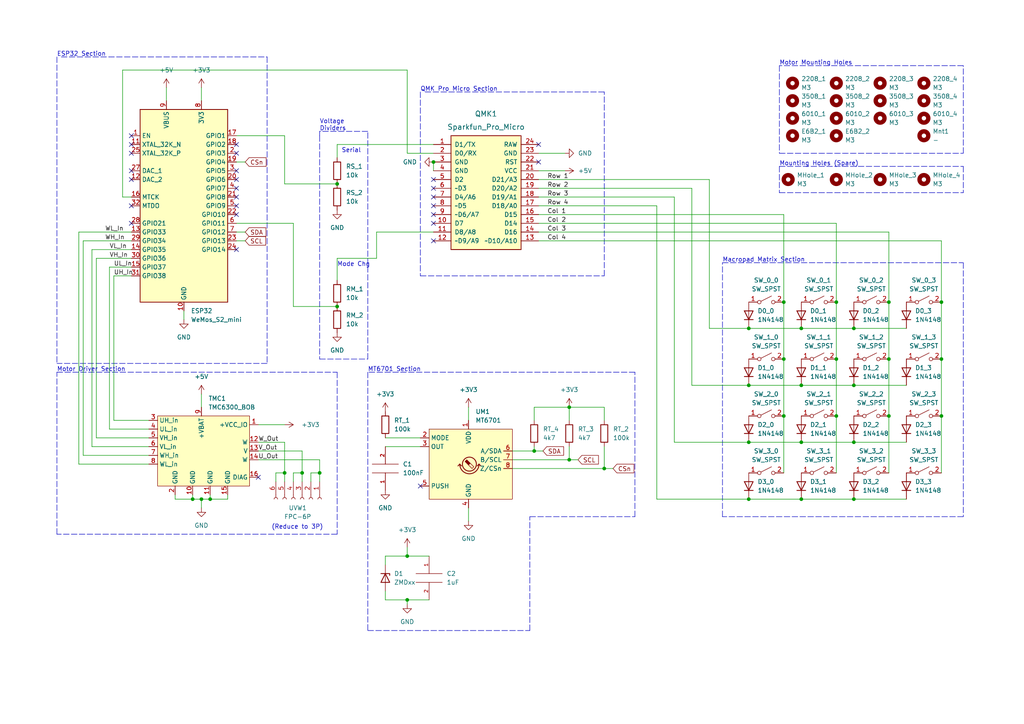
<source format=kicad_sch>
(kicad_sch (version 20211123) (generator eeschema)
  (paper "A4")
  (title_block (title "Scroller One") (date "2022-10-27") (rev "1.0"))
  (lib_symbols
    (symbol "Arduino Pro Micro:Sparkfun_Pro_Micro" (pin_names (offset 1.016))
      (property "Reference" "U" (at -8.89 21.59 0))
      (property "Value" "Sparkfun_Pro_Micro" (at 0 19.05 0))
      (symbol "Sparkfun_Pro_Micro_0_1"
        (rectangle (start -10.16 17.78) (end 10.16 -15.24) (stroke (width 0.254)) (fill (type background)))
      )
      (symbol "Sparkfun_Pro_Micro_1_1"
        (pin bidirectional line (at -15.24 15.24 0) (length 5.08) (name "D1/TX") (number "1"))
        (pin bidirectional line (at -15.24 -7.62 0) (length 5.08) (name "D7") (number "10"))
        (pin bidirectional line (at -15.24 -10.16 0) (length 5.08) (name "D8/A8") (number "11"))
        (pin bidirectional line (at -15.24 -12.7 0) (length 5.08) (name "~D9/A9") (number "12"))
        (pin bidirectional line (at 15.24 -12.7 180) (length 5.08) (name "~D10/A10") (number "13"))
        (pin bidirectional line (at 15.24 -10.16 180) (length 5.08) (name "D16") (number "14"))
        (pin bidirectional line (at 15.24 -7.62 180) (length 5.08) (name "D14") (number "15"))
        (pin bidirectional line (at 15.24 -5.08 180) (length 5.08) (name "D15") (number "16"))
        (pin bidirectional line (at 15.24 -2.54 180) (length 5.08) (name "D18/A0") (number "17"))
        (pin bidirectional line (at 15.24 0 180) (length 5.08) (name "D19/A1") (number "18"))
        (pin bidirectional line (at 15.24 2.54 180) (length 5.08) (name "D20/A2") (number "19"))
        (pin bidirectional line (at -15.24 12.7 0) (length 5.08) (name "D0/RX") (number "2"))
        (pin bidirectional line (at 15.24 5.08 180) (length 5.08) (name "D21/A3") (number "20"))
        (pin power_in line (at 15.24 7.62 180) (length 5.08) (name "VCC") (number "21"))
        (pin input line (at 15.24 10.16 180) (length 5.08) (name "RST") (number "22"))
        (pin power_in line (at 15.24 12.7 180) (length 5.08) (name "GND") (number "23"))
        (pin power_in line (at 15.24 15.24 180) (length 5.08) (name "RAW") (number "24"))
        (pin power_in line (at -15.24 10.16 0) (length 5.08) (name "GND") (number "3"))
        (pin power_in line (at -15.24 7.62 0) (length 5.08) (name "GND") (number "4"))
        (pin bidirectional line (at -15.24 5.08 0) (length 5.08) (name "D2") (number "5"))
        (pin bidirectional line (at -15.24 2.54 0) (length 5.08) (name "~D3") (number "6"))
        (pin bidirectional line (at -15.24 0 0) (length 5.08) (name "D4/A6") (number "7"))
        (pin bidirectional line (at -15.24 -2.54 0) (length 5.08) (name "~D5") (number "8"))
        (pin bidirectional line (at -15.24 -5.08 0) (length 5.08) (name "~D6/A7") (number "9"))
      )
    )
    (symbol "Connector:Conn_01x06_Female" (pin_names (offset 1.016) hide)
      (property "Reference" "J" (at 0 7.62 0))
      (property "Value" "Conn_01x06_Female" (at 0 -10.16 0))
      (symbol "Conn_01x06_Female_1_1"
        (arc (start 0 -7.112) (mid -0.508 -7.62) (end 0 -8.128) (stroke (width 0.1524)))
        (arc (start 0 -4.572) (mid -0.508 -5.08) (end 0 -5.588) (stroke (width 0.1524)))
        (arc (start 0 -2.032) (mid -0.508 -2.54) (end 0 -3.048) (stroke (width 0.1524)))
        (polyline (pts (xy -1.27 -7.62) (xy -0.508 -7.62)) (stroke (width 0.1524)))
        (polyline (pts (xy -1.27 -5.08) (xy -0.508 -5.08)) (stroke (width 0.1524)))
        (polyline (pts (xy -1.27 -2.54) (xy -0.508 -2.54)) (stroke (width 0.1524)))
        (polyline (pts (xy -1.27 0) (xy -0.508 0)) (stroke (width 0.1524)))
        (polyline (pts (xy -1.27 2.54) (xy -0.508 2.54)) (stroke (width 0.1524)))
        (polyline (pts (xy -1.27 5.08) (xy -0.508 5.08)) (stroke (width 0.1524)))
        (arc (start 0 0.508) (mid -0.508 0) (end 0 -0.508) (stroke (width 0.1524)))
        (arc (start 0 3.048) (mid -0.508 2.54) (end 0 2.032) (stroke (width 0.1524)))
        (arc (start 0 5.588) (mid -0.508 5.08) (end 0 4.572) (stroke (width 0.1524)))
        (pin passive line (at -5.08 5.08 0) (length 3.81) (name "Pin_1") (number "1"))
        (pin passive line (at -5.08 2.54 0) (length 3.81) (name "Pin_2") (number "2"))
        (pin passive line (at -5.08 0 0) (length 3.81) (name "Pin_3") (number "3"))
        (pin passive line (at -5.08 -2.54 0) (length 3.81) (name "Pin_4") (number "4"))
        (pin passive line (at -5.08 -5.08 0) (length 3.81) (name "Pin_5") (number "5"))
        (pin passive line (at -5.08 -7.62 0) (length 3.81) (name "Pin_6") (number "6"))
      )
    )
    (symbol "Device:R" (pin_numbers hide) (pin_names (offset 0))
      (property "Reference" "R" (at 2.032 0 90))
      (property "Value" "R" (at 0 0 90))
      (symbol "R_0_1"
        (rectangle (start -1.016 -2.54) (end 1.016 2.54) (stroke (width 0.254)))
      )
      (symbol "R_1_1"
        (pin passive line (at 0 3.81 270) (length 1.27) (name "~") (number "1"))
        (pin passive line (at 0 -3.81 90) (length 1.27) (name "~") (number "2"))
      )
    )
    (symbol "Diode:1N4148" (pin_numbers hide) (pin_names (offset 1.016) hide)
      (property "Reference" "D" (at 0 2.54 0))
      (property "Value" "1N4148" (at 0 -2.54 0))
      (symbol "1N4148_0_1"
        (polyline (pts (xy -1.27 1.27) (xy -1.27 -1.27)) (stroke (width 0.254)))
        (polyline (pts (xy 1.27 0) (xy -1.27 0)))
        (polyline (pts (xy 1.27 1.27) (xy 1.27 -1.27) (xy -1.27 0) (xy 1.27 1.27)) (stroke (width 0.254)))
      )
      (symbol "1N4148_1_1"
        (pin passive line (at -3.81 0 0) (length 2.54) (name "K") (number "1"))
        (pin passive line (at 3.81 0 180) (length 2.54) (name "A") (number "2"))
      )
    )
    (symbol "Diode:ZMDxx" (pin_numbers hide) (pin_names (offset 1.016) hide)
      (property "Reference" "D" (at 0 2.54 0))
      (property "Value" "ZMDxx" (at 0 -2.54 0))
      (symbol "ZMDxx_0_1"
        (polyline (pts (xy 1.27 0) (xy -1.27 0)))
        (polyline (pts (xy -1.27 -1.27) (xy -1.27 1.27) (xy -0.762 1.27)) (stroke (width 0.254)))
        (polyline (pts (xy 1.27 -1.27) (xy 1.27 1.27) (xy -1.27 0) (xy 1.27 -1.27)) (stroke (width 0.254)))
      )
      (symbol "ZMDxx_1_1"
        (pin passive line (at -3.81 0 0) (length 2.54) (name "K") (number "1"))
        (pin passive line (at 3.81 0 180) (length 2.54) (name "A") (number "2"))
      )
    )
    (symbol "MT6701:MT6701"
      (property "Reference" "U" (at 10.16 11.43 0))
      (property "Value" "MT6701" (at 10.16 13.97 0))
      (symbol "MT6701_0_1"
        (rectangle (start -11.43 10.16) (end 12.7 -10.16) (fill (type background)))
        (arc (start -2.54 0) (mid 0.254 -2.794) (end 3.048 0) (stroke (width 0.254)))
        (polyline (pts (xy -2.54 0) (xy -3.048 -0.508)) (stroke (width 0.254)))
        (polyline (pts (xy -2.54 0) (xy -2.032 -0.508)) (stroke (width 0.254)))
        (polyline (pts (xy 3.048 0) (xy 2.54 -0.508)) (stroke (width 0.254)))
        (polyline (pts (xy 3.048 0) (xy 3.556 -0.508)) (stroke (width 0.254)))
      )
      (symbol "MT6701_1_1"
        (polyline (pts (xy 0.508 0.254) (xy 1.524 -0.762) (xy 1.016 -1.27) (xy 0 -0.254)))
        (polyline (pts (xy -0.508 1.27) (xy 0.508 0.254) (xy 0 -0.254) (xy -1.016 0.762) (xy -0.762 1.016) (xy -0.508 1.27) (xy -0.381 1.143)) (fill (type outline)))
        (circle (center 0.254 0) (radius 2.032) (stroke (width 0.254)))
        (pin power_in line (at 0 12.7 270) (length 2.54) (name "VDD") (number "1"))
        (pin input line (at -13.97 7.62 0) (length 2.54) (name "MODE") (number "2"))
        (pin input line (at -13.97 5.08 0) (length 2.54) (name "OUT") (number "3"))
        (pin power_in line (at 0 -12.7 90) (length 2.54) (name "GND") (number "4"))
        (pin input line (at -13.97 -6.35 0) (length 2.54) (name "PUSH") (number "5"))
        (pin bidirectional line (at 12.7 3.81 180) (length 2.54) (name "A/SDA") (number "6"))
        (pin bidirectional line (at 12.7 1.27 180) (length 2.54) (name "B/SCL") (number "7"))
        (pin bidirectional line (at 12.7 -1.27 180) (length 2.54) (name "Z/CSn") (number "8"))
      )
    )
    (symbol "Mechanical:MountingHole" (pin_names (offset 1.016))
      (property "Reference" "H" (at 0 5.08 0))
      (property "Value" "MountingHole" (at 0 3.175 0))
      (symbol "MountingHole_0_1"
        (circle (center 0 0) (radius 1.27) (stroke (width 1.27)))
      )
    )
    (symbol "Switch:SW_SPST" (pin_names (offset 0) hide)
      (property "Reference" "SW" (at 0 3.175 0))
      (property "Value" "SW_SPST" (at 0 -2.54 0))
      (symbol "SW_SPST_0_0"
        (circle (center -2.032 0) (radius 0.508))
        (polyline (pts (xy -1.524 0.254) (xy 1.524 1.778)))
        (circle (center 2.032 0) (radius 0.508))
      )
      (symbol "SW_SPST_1_1"
        (pin passive line (at -5.08 0 0) (length 2.54) (name "A") (number "1"))
        (pin passive line (at 5.08 0 180) (length 2.54) (name "B") (number "2"))
      )
    )
    (symbol "TMC6300_BOB:TMC6300_BOB"
      (property "Reference" "U" (at 10.16 12.7 0))
      (property "Value" "TMC6300_BOB" (at 10.16 15.24 0))
      (symbol "TMC6300_BOB_0_1"
        (rectangle (start -12.7 10.16) (end 13.97 -10.16) (fill (type background)))
      )
      (symbol "TMC6300_BOB_1_1"
        (pin input line (at 16.51 7.62 180) (length 2.54) (name "+VCC_IO") (number "1"))
        (pin power_in line (at -2.54 -12.7 90) (length 2.54) (name "GND") (number "10"))
        (pin power_in line (at 2.54 -12.7 90) (length 2.54) (name "GND") (number "11"))
        (pin output line (at 16.51 2.54 180) (length 2.54) (name "W") (number "12"))
        (pin output line (at 16.51 0 180) (length 2.54) (name "V") (number "13"))
        (pin output line (at 16.51 -2.54 180) (length 2.54) (name "W") (number "14"))
        (pin power_in line (at 7.62 -12.7 90) (length 2.54) (name "GND") (number "15"))
        (pin output line (at 16.51 -7.62 180) (length 2.54) (name "DIAG") (number "16"))
        (pin power_in line (at -7.62 -12.7 90) (length 2.54) (name "GND") (number "2"))
        (pin input line (at -15.24 8.89 0) (length 2.54) (name "UH_in") (number "3"))
        (pin input line (at -15.24 6.35 0) (length 2.54) (name "UL_in") (number "4"))
        (pin input line (at -15.24 3.81 0) (length 2.54) (name "VH_in") (number "5"))
        (pin input line (at -15.24 1.27 0) (length 2.54) (name "VL_in") (number "6"))
        (pin input line (at -15.24 -1.27 0) (length 2.54) (name "WH_in") (number "7"))
        (pin input line (at -15.24 -3.81 0) (length 2.54) (name "WL_in") (number "8"))
        (pin power_in line (at 0 12.7 270) (length 2.54) (name "+VBAT") (number "9"))
      )
    )
    (symbol "Wemos S2 Mini (BETA):WeMos_S2_mini"
      (property "Reference" "U" (at 2.54 -30.48 0))
      (property "Value" "WeMos_S2_mini" (at 2.54 -33.02 0))
      (symbol "WeMos_S2_mini_1_1"
        (rectangle (start -12.7 27.94) (end 12.7 -27.94) (stroke (width 0.254)) (fill (type background)))
        (pin input line (at -15.24 20.32 0) (length 2.54) (name "EN") (number "1"))
        (pin power_in line (at 0 -30.48 90) (length 2.54) (name "GND") (number "10"))
        (pin input line (at -15.24 17.78 0) (length 2.54) (name "XTAL_32K_N") (number "11"))
        (pin output line (at -15.24 7.62 0) (length 2.54) (name "DAC_2") (number "12"))
        (pin bidirectional line (at -15.24 -7.62 0) (length 2.54) (name "GPIO33") (number "13"))
        (pin bidirectional line (at -15.24 -12.7 0) (length 2.54) (name "GPIO35") (number "14"))
        (pin bidirectional line (at -15.24 -17.78 0) (length 2.54) (name "GPIO37") (number "15"))
        (pin output line (at -15.24 2.54 0) (length 2.54) (name "MTCK") (number "16"))
        (pin bidirectional line (at 15.24 20.32 180) (length 2.54) (name "GPIO1") (number "17"))
        (pin bidirectional line (at 15.24 17.78 180) (length 2.54) (name "GPIO2") (number "18"))
        (pin bidirectional line (at 15.24 12.7 180) (length 2.54) (name "GPIO4") (number "19"))
        (pin bidirectional line (at 15.24 15.24 180) (length 2.54) (name "GPIO3") (number "2"))
        (pin bidirectional line (at 15.24 7.62 180) (length 2.54) (name "GPIO6") (number "20"))
        (pin bidirectional line (at 15.24 2.54 180) (length 2.54) (name "GPIO8") (number "21"))
        (pin bidirectional line (at 15.24 -2.54 180) (length 2.54) (name "GPIO10") (number "22"))
        (pin bidirectional line (at 15.24 -10.16 180) (length 2.54) (name "GPIO13") (number "23"))
        (pin bidirectional line (at 15.24 -12.7 180) (length 2.54) (name "GPIO14") (number "24"))
        (pin output line (at -15.24 15.24 0) (length 2.54) (name "XTAL_32K_P") (number "25"))
        (pin passive line (at 0 -30.48 90) (length 2.54) hide (name "GND") (number "26"))
        (pin output line (at -15.24 10.16 0) (length 2.54) (name "DAC_1") (number "27"))
        (pin bidirectional line (at -15.24 -5.08 0) (length 2.54) (name "GPIO21") (number "28"))
        (pin bidirectional line (at -15.24 -10.16 0) (length 2.54) (name "GPIO34") (number "29"))
        (pin bidirectional line (at 15.24 10.16 180) (length 2.54) (name "GPIO5") (number "3"))
        (pin bidirectional line (at -15.24 -15.24 0) (length 2.54) (name "GPIO36") (number "30"))
        (pin bidirectional line (at -15.24 -20.32 0) (length 2.54) (name "GPIO38") (number "31"))
        (pin output line (at -15.24 0 0) (length 2.54) (name "MTDO") (number "32"))
        (pin bidirectional line (at 15.24 5.08 180) (length 2.54) (name "GPIO7") (number "4"))
        (pin bidirectional line (at 15.24 0 180) (length 2.54) (name "GPIO9") (number "5"))
        (pin bidirectional line (at 15.24 -5.08 180) (length 2.54) (name "GPIO11") (number "6"))
        (pin bidirectional line (at 15.24 -7.62 180) (length 2.54) (name "GPIO12") (number "7"))
        (pin power_out line (at 5.08 30.48 270) (length 2.54) (name "3V3") (number "8"))
        (pin power_out line (at -5.08 30.48 270) (length 2.54) (name "VBUS") (number "9"))
      )
    )
    (symbol "power:+3.3V" (power) (pin_names (offset 0))
      (property "Value" "+3.3V" (at 0 3.556 0))
      (symbol "+3.3V_0_1"
        (polyline (pts (xy -0.762 1.27) (xy 0 2.54)))
        (polyline (pts (xy 0 0) (xy 0 2.54)))
        (polyline (pts (xy 0 2.54) (xy 0.762 1.27)))
      )
      (symbol "+3.3V_1_1"
        (pin power_in line (at 0 0 90) (length 0) hide (name "+3V3") (number "1"))
      )
    )
    (symbol "power:+5V" (power) (pin_names (offset 0))
      (property "Value" "+5V" (at 0 3.556 0))
      (symbol "+5V_0_1"
        (polyline (pts (xy -0.762 1.27) (xy 0 2.54)))
        (polyline (pts (xy 0 0) (xy 0 2.54)))
        (polyline (pts (xy 0 2.54) (xy 0.762 1.27)))
      )
      (symbol "+5V_1_1"
        (pin power_in line (at 0 0 90) (length 0) hide (name "+5V") (number "1"))
      )
    )
    (symbol "power:GND" (power) (pin_names (offset 0))
      (property "Value" "GND" (at 0 -3.81 0))
      (symbol "GND_0_1"
        (polyline (pts (xy 0 0) (xy 0 -1.27) (xy 1.27 -1.27) (xy 0 -2.54) (xy -1.27 -1.27) (xy 0 -1.27)))
      )
      (symbol "GND_1_1"
        (pin power_in line (at 0 0 270) (length 0) hide (name "GND") (number "1"))
      )
    )
    (symbol "pspice:CAP" (pin_names (offset 0.254))
      (property "Reference" "C" (at 2.54 3.81 90))
      (property "Value" "CAP" (at 2.54 -3.81 90))
      (symbol "CAP_0_1"
        (polyline (pts (xy -3.81 -1.27) (xy 3.81 -1.27)))
        (polyline (pts (xy -3.81 1.27) (xy 3.81 1.27)))
      )
      (symbol "CAP_1_1"
        (pin passive line (at 0 6.35 270) (length 5.08) (name "~") (number "1"))
        (pin passive line (at 0 -6.35 90) (length 5.08) (name "~") (number "2"))
      )
    )
  )
  (junction (at 165.1 118.11))
  (junction (at 217.17 111.76))
  (junction (at 118.11 161.29))
  (junction (at 60.96 144.78))
  (junction (at 227.33 120.65))
  (junction (at 257.81 104.14))
  (junction (at 247.65 128.27))
  (junction (at 217.17 128.27))
  (junction (at 247.65 144.78))
  (junction (at 273.05 120.65))
  (junction (at 273.05 104.14))
  (junction (at 154.94 130.81))
  (junction (at 217.17 95.25))
  (junction (at 257.81 120.65))
  (junction (at 118.11 173.99))
  (junction (at 97.79 88.9))
  (junction (at 242.57 87.63))
  (junction (at 232.41 144.78))
  (junction (at 97.79 53.34))
  (junction (at 232.41 111.76))
  (junction (at 273.05 87.63))
  (junction (at 125.73 46.99))
  (junction (at 227.33 87.63))
  (junction (at 175.26 135.89))
  (junction (at 217.17 144.78))
  (junction (at 242.57 120.65))
  (junction (at 242.57 104.14))
  (junction (at 247.65 95.25))
  (junction (at 87.63 137.16))
  (junction (at 92.71 137.16))
  (junction (at 232.41 128.27))
  (junction (at 82.55 137.16))
  (junction (at 257.81 87.63))
  (junction (at 55.88 144.78))
  (junction (at 58.42 144.78))
  (junction (at 232.41 95.25))
  (junction (at 227.33 104.14))
  (junction (at 247.65 111.76))
  (junction (at 165.1 133.35))
  (no_connect (at 74.93 138.43))
  (no_connect (at 121.92 140.97))
  (no_connect (at 156.21 46.99))
  (no_connect (at 38.1 64.77))
  (no_connect (at 38.1 59.69))
  (no_connect (at 68.58 72.39))
  (no_connect (at 68.58 41.91))
  (no_connect (at 38.1 41.91))
  (no_connect (at 38.1 49.53))
  (no_connect (at 38.1 52.07))
  (no_connect (at 38.1 39.37))
  (no_connect (at 38.1 44.45))
  (no_connect (at 125.73 69.85))
  (no_connect (at 125.73 54.61))
  (no_connect (at 125.73 52.07))
  (no_connect (at 125.73 64.77))
  (no_connect (at 125.73 57.15))
  (no_connect (at 125.73 59.69))
  (no_connect (at 125.73 62.23))
  (no_connect (at 156.21 41.91))
  (no_connect (at 68.58 57.15))
  (no_connect (at 68.58 54.61))
  (no_connect (at 68.58 59.69))
  (no_connect (at 68.58 62.23))
  (no_connect (at 68.58 52.07))
  (no_connect (at 68.58 49.53))
  (no_connect (at 68.58 44.45))
  (wire (pts (xy 118.11 20.32) (xy 118.11 44.45)))
  (wire (pts (xy 31.75 77.47) (xy 38.1 77.47)))
  (wire (pts (xy 85.09 88.9) (xy 97.79 88.9)))
  (wire (pts (xy 175.26 135.89) (xy 177.8 135.89)))
  (wire (pts (xy 111.76 127) (xy 121.92 127)))
  (wire (pts (xy 217.17 95.25) (xy 232.41 95.25)))
  (wire (pts (xy 190.5 144.78) (xy 217.17 144.78)))
  (wire (pts (xy 200.66 111.76) (xy 217.17 111.76)))
  (wire (pts (xy 97.79 74.93) (xy 97.79 81.28)))
  (wire (pts (xy 92.71 139.7) (xy 92.71 137.16)))
  (wire (pts (xy 38.1 57.15) (xy 35.56 57.15)))
  (polyline (pts (xy 92.71 38.1) (xy 92.71 39.37)))
  (wire (pts (xy 43.18 134.62) (xy 22.86 134.62)))
  (polyline (pts (xy 106.68 182.88) (xy 153.67 182.88)))
  (wire (pts (xy 68.58 64.77) (xy 85.09 64.77)))
  (polyline (pts (xy 97.79 107.95) (xy 97.79 154.94)))
  (wire (pts (xy 257.81 120.65) (xy 257.81 137.16)))
  (wire (pts (xy 125.73 67.31) (xy 109.22 67.31)))
  (polyline (pts (xy 16.51 16.51) (xy 16.51 105.41)))
  (wire (pts (xy 227.33 62.23) (xy 227.33 87.63)))
  (wire (pts (xy 118.11 161.29) (xy 118.11 158.75)))
  (wire (pts (xy 148.59 133.35) (xy 165.1 133.35)))
  (wire (pts (xy 87.63 137.16) (xy 85.09 137.16)))
  (polyline (pts (xy 153.67 182.88) (xy 153.67 149.86)))
  (wire (pts (xy 154.94 118.11) (xy 165.1 118.11)))
  (polyline (pts (xy 121.92 26.67) (xy 121.92 80.01)))
  (wire (pts (xy 232.41 144.78) (xy 247.65 144.78)))
  (wire (pts (xy 124.46 173.99) (xy 118.11 173.99)))
  (wire (pts (xy 227.33 104.14) (xy 227.33 120.65)))
  (wire (pts (xy 156.21 62.23) (xy 227.33 62.23)))
  (wire (pts (xy 74.93 133.35) (xy 92.71 133.35)))
  (polyline (pts (xy 106.68 38.1) (xy 92.71 38.1)))
  (wire (pts (xy 82.55 128.27) (xy 82.55 137.16)))
  (wire (pts (xy 66.04 143.51) (xy 66.04 144.78)))
  (wire (pts (xy 33.02 80.01) (xy 38.1 80.01)))
  (wire (pts (xy 217.17 144.78) (xy 232.41 144.78)))
  (wire (pts (xy 242.57 64.77) (xy 242.57 87.63)))
  (polyline (pts (xy 226.06 48.26) (xy 226.06 55.88)))
  (wire (pts (xy 156.21 69.85) (xy 273.05 69.85)))
  (polyline (pts (xy 16.51 107.95) (xy 97.79 107.95)))
  (wire (pts (xy 24.13 132.08) (xy 24.13 69.85)))
  (polyline (pts (xy 226.06 19.05) (xy 226.06 44.45)))
  (wire (pts (xy 257.81 67.31) (xy 257.81 87.63)))
  (wire (pts (xy 68.58 46.99) (xy 71.12 46.99)))
  (wire (pts (xy 148.59 135.89) (xy 175.26 135.89)))
  (polyline (pts (xy 226.06 55.88) (xy 279.4 55.88)))
  (wire (pts (xy 156.21 64.77) (xy 242.57 64.77)))
  (wire (pts (xy 43.18 132.08) (xy 24.13 132.08)))
  (wire (pts (xy 205.74 52.07) (xy 205.74 95.25)))
  (wire (pts (xy 154.94 121.92) (xy 154.94 118.11)))
  (wire (pts (xy 55.88 144.78) (xy 58.42 144.78)))
  (wire (pts (xy 156.21 59.69) (xy 190.5 59.69)))
  (wire (pts (xy 175.26 135.89) (xy 175.26 129.54)))
  (wire (pts (xy 68.58 69.85) (xy 71.12 69.85)))
  (wire (pts (xy 165.1 118.11) (xy 175.26 118.11)))
  (wire (pts (xy 74.93 128.27) (xy 82.55 128.27)))
  (wire (pts (xy 247.65 95.25) (xy 262.89 95.25)))
  (polyline (pts (xy 16.51 154.94) (xy 16.51 107.95)))
  (wire (pts (xy 247.65 128.27) (xy 262.89 128.27)))
  (polyline (pts (xy 92.71 104.14) (xy 106.68 104.14)))
  (wire (pts (xy 58.42 144.78) (xy 58.42 147.32)))
  (wire (pts (xy 35.56 57.15) (xy 35.56 20.32)))
  (wire (pts (xy 232.41 95.25) (xy 247.65 95.25)))
  (wire (pts (xy 247.65 144.78) (xy 262.89 144.78)))
  (wire (pts (xy 48.26 25.4) (xy 48.26 29.21)))
  (polyline (pts (xy 226.06 48.26) (xy 279.4 48.26)))
  (wire (pts (xy 195.58 128.27) (xy 217.17 128.27)))
  (wire (pts (xy 125.73 41.91) (xy 97.79 41.91)))
  (wire (pts (xy 109.22 74.93) (xy 97.79 74.93)))
  (wire (pts (xy 273.05 120.65) (xy 273.05 137.16)))
  (wire (pts (xy 58.42 25.4) (xy 58.42 29.21)))
  (wire (pts (xy 111.76 163.83) (xy 111.76 161.29)))
  (wire (pts (xy 190.5 59.69) (xy 190.5 144.78)))
  (wire (pts (xy 87.63 137.16) (xy 87.63 130.81)))
  (wire (pts (xy 60.96 143.51) (xy 60.96 144.78)))
  (polyline (pts (xy 279.4 76.2) (xy 279.4 149.86)))
  (wire (pts (xy 97.79 41.91) (xy 97.79 45.72)))
  (wire (pts (xy 154.94 130.81) (xy 154.94 129.54)))
  (wire (pts (xy 118.11 44.45) (xy 125.73 44.45)))
  (wire (pts (xy 50.8 143.51) (xy 50.8 144.78)))
  (wire (pts (xy 156.21 52.07) (xy 205.74 52.07)))
  (wire (pts (xy 80.01 137.16) (xy 80.01 139.7)))
  (wire (pts (xy 205.74 95.25) (xy 217.17 95.25)))
  (polyline (pts (xy 106.68 107.95) (xy 106.68 182.88)))
  (wire (pts (xy 27.94 127) (xy 27.94 74.93)))
  (wire (pts (xy 257.81 87.63) (xy 257.81 104.14)))
  (polyline (pts (xy 106.68 104.14) (xy 106.68 38.1)))
  (wire (pts (xy 111.76 171.45) (xy 111.76 173.99)))
  (wire (pts (xy 118.11 173.99) (xy 118.11 175.26)))
  (wire (pts (xy 87.63 130.81) (xy 74.93 130.81)))
  (wire (pts (xy 273.05 69.85) (xy 273.05 87.63)))
  (wire (pts (xy 24.13 69.85) (xy 38.1 69.85)))
  (polyline (pts (xy 279.4 149.86) (xy 209.55 149.86)))
  (wire (pts (xy 33.02 121.92) (xy 33.02 80.01)))
  (wire (pts (xy 257.81 104.14) (xy 257.81 120.65)))
  (wire (pts (xy 124.46 161.29) (xy 118.11 161.29)))
  (wire (pts (xy 27.94 74.93) (xy 38.1 74.93)))
  (polyline (pts (xy 153.67 149.86) (xy 184.15 149.86)))
  (wire (pts (xy 43.18 124.46) (xy 31.75 124.46)))
  (wire (pts (xy 111.76 129.54) (xy 121.92 129.54)))
  (polyline (pts (xy 209.55 149.86) (xy 209.55 76.2)))
  (wire (pts (xy 227.33 120.65) (xy 227.33 137.16)))
  (wire (pts (xy 55.88 143.51) (xy 55.88 144.78)))
  (wire (pts (xy 242.57 87.63) (xy 242.57 104.14)))
  (wire (pts (xy 43.18 127) (xy 27.94 127)))
  (wire (pts (xy 111.76 173.99) (xy 118.11 173.99)))
  (wire (pts (xy 90.17 137.16) (xy 90.17 139.7)))
  (wire (pts (xy 242.57 120.65) (xy 242.57 137.16)))
  (wire (pts (xy 165.1 118.11) (xy 165.1 121.92)))
  (wire (pts (xy 60.96 144.78) (xy 58.42 144.78)))
  (polyline (pts (xy 92.71 39.37) (xy 92.71 104.14)))
  (wire (pts (xy 82.55 139.7) (xy 82.55 137.16)))
  (wire (pts (xy 92.71 133.35) (xy 92.71 137.16)))
  (polyline (pts (xy 226.06 44.45) (xy 279.4 44.45)))
  (wire (pts (xy 156.21 54.61) (xy 200.66 54.61)))
  (polyline (pts (xy 279.4 44.45) (xy 279.4 19.05)))
  (wire (pts (xy 58.42 114.3) (xy 58.42 118.11)))
  (wire (pts (xy 125.73 46.99) (xy 125.73 49.53)))
  (wire (pts (xy 156.21 57.15) (xy 195.58 57.15)))
  (wire (pts (xy 156.21 67.31) (xy 257.81 67.31)))
  (wire (pts (xy 92.71 137.16) (xy 90.17 137.16)))
  (wire (pts (xy 82.55 39.37) (xy 82.55 53.34)))
  (wire (pts (xy 273.05 104.14) (xy 273.05 120.65)))
  (wire (pts (xy 154.94 130.81) (xy 157.48 130.81)))
  (wire (pts (xy 87.63 139.7) (xy 87.63 137.16)))
  (wire (pts (xy 217.17 111.76) (xy 232.41 111.76)))
  (polyline (pts (xy 279.4 48.26) (xy 279.4 55.88)))
  (wire (pts (xy 242.57 104.14) (xy 242.57 120.65)))
  (polyline (pts (xy 184.15 107.95) (xy 106.68 107.95)))
  (wire (pts (xy 148.59 130.81) (xy 154.94 130.81)))
  (polyline (pts (xy 77.47 105.41) (xy 16.51 105.41)))
  (wire (pts (xy 227.33 87.63) (xy 227.33 104.14)))
  (wire (pts (xy 217.17 128.27) (xy 232.41 128.27)))
  (wire (pts (xy 22.86 67.31) (xy 38.1 67.31)))
  (wire (pts (xy 200.66 54.61) (xy 200.66 111.76)))
  (wire (pts (xy 175.26 121.92) (xy 175.26 118.11)))
  (wire (pts (xy 53.34 90.17) (xy 53.34 92.71)))
  (wire (pts (xy 156.21 44.45) (xy 163.83 44.45)))
  (wire (pts (xy 66.04 144.78) (xy 60.96 144.78)))
  (polyline (pts (xy 77.47 16.51) (xy 77.47 105.41)))
  (wire (pts (xy 165.1 133.35) (xy 167.64 133.35)))
  (wire (pts (xy 109.22 67.31) (xy 109.22 74.93)))
  (wire (pts (xy 74.93 123.19) (xy 82.55 123.19)))
  (wire (pts (xy 273.05 87.63) (xy 273.05 104.14)))
  (polyline (pts (xy 175.26 80.01) (xy 175.26 26.67)))
  (wire (pts (xy 195.58 57.15) (xy 195.58 128.27)))
  (wire (pts (xy 232.41 128.27) (xy 247.65 128.27)))
  (polyline (pts (xy 97.79 154.94) (xy 16.51 154.94)))
  (wire (pts (xy 26.67 72.39) (xy 38.1 72.39)))
  (wire (pts (xy 85.09 64.77) (xy 85.09 88.9)))
  (polyline (pts (xy 279.4 19.05) (xy 226.06 19.05)))
  (polyline (pts (xy 17.78 16.51) (xy 77.47 16.51)))
  (polyline (pts (xy 184.15 149.86) (xy 184.15 107.95)))
  (wire (pts (xy 135.89 147.32) (xy 135.89 151.13)))
  (polyline (pts (xy 209.55 76.2) (xy 279.4 76.2)))
  (wire (pts (xy 232.41 111.76) (xy 247.65 111.76)))
  (wire (pts (xy 247.65 111.76) (xy 262.89 111.76)))
  (wire (pts (xy 68.58 39.37) (xy 82.55 39.37)))
  (wire (pts (xy 35.56 20.32) (xy 118.11 20.32)))
  (wire (pts (xy 43.18 129.54) (xy 26.67 129.54)))
  (wire (pts (xy 165.1 133.35) (xy 165.1 129.54)))
  (wire (pts (xy 43.18 121.92) (xy 33.02 121.92)))
  (polyline (pts (xy 175.26 26.67) (xy 123.19 26.67)))
  (wire (pts (xy 135.89 118.11) (xy 135.89 121.92)))
  (wire (pts (xy 31.75 124.46) (xy 31.75 77.47)))
  (wire (pts (xy 22.86 134.62) (xy 22.86 67.31)))
  (wire (pts (xy 50.8 144.78) (xy 55.88 144.78)))
  (wire (pts (xy 111.76 161.29) (xy 118.11 161.29)))
  (wire (pts (xy 156.21 49.53) (xy 163.83 49.53)))
  (wire (pts (xy 68.58 67.31) (xy 71.12 67.31)))
  (wire (pts (xy 26.67 129.54) (xy 26.67 72.39)))
  (polyline (pts (xy 121.92 80.01) (xy 175.26 80.01)))
  (wire (pts (xy 82.55 53.34) (xy 97.79 53.34)))
  (wire (pts (xy 85.09 137.16) (xy 85.09 139.7)))
  (wire (pts (xy 82.55 137.16) (xy 80.01 137.16)))
  (text "Macropad Matrix Section" (at 209.55 76.2 0) (effects (font (size 1.27 1.27)) (justify left bottom)))
  (text "Motor Mounting Holes" (at 226.06 19.05 0) (effects (font (size 1.27 1.27)) (justify left bottom)))
  (text "QMK Pro Micro Section" (at 121.92 26.67 0) (effects (font (size 1.27 1.27)) (justify left bottom)))
  (text "Motor Driver Section" (at 16.51 107.95 0) (effects (font (size 1.27 1.27)) (justify left bottom)))
  (text "Serial" (at 99.06 44.45 0) (effects (font (size 1.27 1.27)) (justify left bottom)))
  (text "Voltage\nDividers" (at 92.71 38.1 0) (effects (font (size 1.27 1.27)) (justify left bottom)))
  (text "MT6701 Section" (at 106.68 107.95 0) (effects (font (size 1.27 1.27)) (justify left bottom)))
  (text "Mode Chg" (at 97.79 77.47 0) (effects (font (size 1.27 1.27)) (justify left bottom)))
  (text "(Reduce to 3P)" (at 78.74 153.67 0) (effects (font (size 1.27 1.27)) (justify left bottom)))
  (text "ESP32 Section" (at 16.51 16.51 0) (effects (font (size 1.27 1.27)) (justify left bottom)))
  (text "Mounting Holes (Spare)" (at 226.06 48.26 0) (effects (font (size 1.27 1.27)) (justify left bottom)))
  (label "Col 4" (at 158.75 69.85 0))
  (label "WH_In" (at 30.48 69.85 0))
  (label "WL_In" (at 30.48 67.31 0))
  (label "VH_In" (at 31.75 74.93 0))
  (label "Row 3" (at 158.75 57.15 0))
  (label "W_Out" (at 74.93 128.27 0))
  (label "Row 1" (at 158.75 52.07 0))
  (label "U_Out" (at 74.93 133.35 0))
  (label "Row 4" (at 158.75 59.69 0))
  (label "V_Out" (at 74.93 130.81 0))
  (label "Row 2" (at 158.75 54.61 0))
  (label "UH_In" (at 33.02 80.01 0))
  (label "UL_In" (at 33.02 77.47 0))
  (label "VL_In" (at 31.75 72.39 0))
  (label "Col 1" (at 158.75 62.23 0))
  (label "Col 3" (at 158.75 67.31 0))
  (label "Col 2" (at 158.75 64.77 0))
  (global_label "SDA" (shape input) (at 157.48 130.81 0) (property "Intersheet References" "${INTERSHEET_REFS}" (effects hide)))
  (global_label "SCL" (shape input) (at 71.12 69.85 0) (property "Intersheet References" "${INTERSHEET_REFS}" (effects hide)))
  (global_label "CSn" (shape input) (at 71.12 46.99 0) (property "Intersheet References" "${INTERSHEET_REFS}" (effects hide)))
  (global_label "SCL" (shape input) (at 167.64 133.35 0) (property "Intersheet References" "${INTERSHEET_REFS}" (effects hide)))
  (global_label "SDA" (shape input) (at 71.12 67.31 0) (property "Intersheet References" "${INTERSHEET_REFS}" (effects hide)))
  (global_label "CSn" (shape input) (at 177.8 135.89 0) (property "Intersheet References" "${INTERSHEET_REFS}" (effects hide)))
  (symbol (lib_id "Mechanical:MountingHole") (at 242.57 24.13 0) (unit 1)
    (property "Reference" "2208_2" (at 245.11 22.8599 0) (effects (justify left)))
    (property "Value" "M3" (at 245.11 25.3999 0) (effects (justify left)))
    (property "Footprint" "MountingHole:MountingHole_3.2mm_M3" (effects hide))
  )
  (symbol (lib_id "Mechanical:MountingHole") (at 242.57 29.21 0) (unit 1)
    (property "Reference" "3508_2" (at 245.11 27.9399 0) (effects (justify left)))
    (property "Value" "M3" (at 245.11 30.4799 0) (effects (justify left)))
    (property "Footprint" "MountingHole:MountingHole_3.2mm_M3" (effects hide))
  )
  (symbol (lib_id "TMC6300_BOB:TMC6300_BOB") (at 58.42 130.81 0) (unit 1)
    (property "Reference" "TMC1" (at 60.4394 115.57 0) (effects (justify left)))
    (property "Value" "TMC6300_BOB" (at 60.4394 118.11 0) (effects (justify left)))
    (property "Footprint" "TMC6300_BOB:TMC6300_BOB" (effects hide))
    (property "Datasheet" "https://www.trinamic.com/fileadmin/assets/Products/Eval_Documents/TMC6300-BOB_datasheet_rev1.00.pdf" (effects hide))
  )
  (symbol (lib_id "power:GND") (at 111.76 142.24 0) (unit 1)
    (property "Reference" "#PWR010" (effects hide))
    (property "Value" "GND" (at 111.76 147.32 0))
  )
  (symbol (lib_id "Mechanical:MountingHole") (at 267.97 29.21 0) (unit 1)
    (property "Reference" "3508_4" (at 270.51 27.9399 0) (effects (justify left)))
    (property "Value" "M3" (at 270.51 30.4799 0) (effects (justify left)))
    (property "Footprint" "MountingHole:MountingHole_3.2mm_M3" (effects hide))
  )
  (symbol (lib_id "Mechanical:MountingHole") (at 229.87 34.29 0) (unit 1)
    (property "Reference" "6010_1" (at 232.41 33.0199 0) (effects (justify left)))
    (property "Value" "M3" (at 232.41 35.5599 0) (effects (justify left)))
    (property "Footprint" "MountingHole:MountingHole_3.2mm_M3" (effects hide))
  )
  (symbol (lib_id "Mechanical:MountingHole") (at 255.27 34.29 0) (unit 1)
    (property "Reference" "6010_3" (at 257.81 33.0199 0) (effects (justify left)))
    (property "Value" "M3" (at 257.81 35.5599 0) (effects (justify left)))
    (property "Footprint" "MountingHole:MountingHole_3.2mm_M3" (effects hide))
  )
  (symbol (lib_id "power:+3.3V") (at 135.89 118.11 0) (unit 1)
    (property "Reference" "#PWR013" (effects hide))
    (property "Value" "+3.3V" (at 135.89 113.03 0))
  )
  (symbol (lib_id "Switch:SW_SPST") (at 237.49 120.65 0) (unit 1)
    (property "Reference" "SW_2_1" (at 237.49 114.3 0))
    (property "Value" "SW_SPST" (at 237.49 116.84 0))
    (property "Footprint" "Kailh Hotswap:Kailh_socket_MX" (effects hide))
  )
  (symbol (lib_id "power:+3.3V") (at 82.55 123.19 270) (unit 1)
    (property "Reference" "#PWR06" (effects hide))
    (property "Value" "+3.3V" (at 92.71 123.19 90) (effects (justify right)))
  )
  (symbol (lib_id "Mechanical:MountingHole") (at 255.27 29.21 0) (unit 1)
    (property "Reference" "3508_3" (at 257.81 27.9399 0) (effects (justify left)))
    (property "Value" "M3" (at 257.81 30.4799 0) (effects (justify left)))
    (property "Footprint" "MountingHole:MountingHole_3.2mm_M3" (effects hide))
  )
  (symbol (lib_id "power:+5V") (at 163.83 49.53 270) (unit 1)
    (property "Reference" "#PWR016" (effects hide))
    (property "Value" "+5V" (at 167.64 49.5299 90) (effects (justify left)))
  )
  (symbol (lib_id "Mechanical:MountingHole") (at 228.6 52.07 0) (unit 1)
    (property "Reference" "MHole_1" (at 231.14 50.7999 0) (effects (justify left)))
    (property "Value" "M3" (at 231.14 53.3399 0) (effects (justify left)))
    (property "Footprint" "MountingHole:MountingHole_3.2mm_M3" (effects hide))
  )
  (symbol (lib_id "power:GND") (at 53.34 92.71 0) (unit 1)
    (property "Reference" "#PWR02" (effects hide))
    (property "Value" "GND" (at 53.34 97.79 0))
  )
  (symbol (lib_id "Mechanical:MountingHole") (at 255.27 52.07 0) (unit 1)
    (property "Reference" "MHole_3" (at 257.81 50.7999 0) (effects (justify left)))
    (property "Value" "M3" (at 257.81 53.3399 0) (effects (justify left)))
    (property "Footprint" "MountingHole:MountingHole_3.2mm_M3" (effects hide))
  )
  (symbol (lib_id "Wemos S2 Mini (BETA):WeMos_S2_mini") (at 53.34 59.69 0) (unit 1)
    (property "Reference" "ESP32" (at 55.3594 90.17 0) (effects (justify left)))
    (property "Value" "WeMos_S2_mini" (at 55.3594 92.71 0) (effects (justify left)))
    (property "Footprint" "Wemos S2 Mini:WEMOS_S2_mini" (effects hide))
    (property "Datasheet" "https://www.wemos.cc/en/latest/s2/s2_mini.html" (effects hide))
  )
  (symbol (lib_id "Switch:SW_SPST") (at 237.49 137.16 0) (unit 1)
    (property "Reference" "SW_3_1" (at 237.49 130.81 0))
    (property "Value" "SW_SPST" (at 237.49 133.35 0))
    (property "Footprint" "Kailh Hotswap:Kailh_socket_MX" (effects hide))
  )
  (symbol (lib_id "Device:R") (at 165.1 125.73 0) (unit 1)
    (property "Reference" "RT_3" (at 167.64 124.4599 0) (effects (justify left)))
    (property "Value" "4k7" (at 167.64 126.9999 0) (effects (justify left)))
    (property "Footprint" "Resistor_SMD:R_0603_1608Metric_Pad0.98x0.95mm_HandSolder" (effects hide))
  )
  (symbol (lib_id "Switch:SW_SPST") (at 222.25 137.16 0) (unit 1)
    (property "Reference" "SW_3_0" (at 222.25 130.81 0))
    (property "Value" "SW_SPST" (at 222.25 133.35 0))
    (property "Footprint" "Kailh Hotswap:Kailh_socket_MX" (effects hide))
  )
  (symbol (lib_id "Device:R") (at 175.26 125.73 0) (unit 1)
    (property "Reference" "RT_2" (at 177.8 124.4599 0) (effects (justify left)))
    (property "Value" "100k" (at 177.8 126.9999 0) (effects (justify left)))
    (property "Footprint" "Resistor_SMD:R_0603_1608Metric_Pad0.98x0.95mm_HandSolder" (effects hide))
  )
  (symbol (lib_id "Diode:1N4148") (at 232.41 107.95 90) (unit 1)
    (property "Reference" "D1_1" (at 234.95 106.6799 90) (effects (justify right)))
    (property "Value" "1N4148" (at 234.95 109.2199 90) (effects (justify right)))
    (property "Footprint" "Diode_SMD:D_SOD-123" (effects hide))
    (property "Datasheet" "https://assets.nexperia.com/documents/data-sheet/1N4148_1N4448.pdf" (effects hide))
  )
  (symbol (lib_id "Switch:SW_SPST") (at 222.25 87.63 0) (unit 1)
    (property "Reference" "SW_0_0" (at 222.25 81.28 0))
    (property "Value" "SW_SPST" (at 222.25 83.82 0))
    (property "Footprint" "Kailh Hotswap:Kailh_socket_MX" (effects hide))
  )
  (symbol (lib_id "power:GND") (at 163.83 44.45 90) (unit 1)
    (property "Reference" "#PWR015" (effects hide))
    (property "Value" "GND" (at 167.64 44.4499 90) (effects (justify right)))
  )
  (symbol (lib_id "power:+5V") (at 48.26 25.4 0) (unit 1)
    (property "Reference" "#PWR01" (effects hide))
    (property "Value" "+5V" (at 48.26 20.32 0))
  )
  (symbol (lib_id "Mechanical:MountingHole") (at 242.57 52.07 0) (unit 1)
    (property "Reference" "MHole_2" (at 245.11 50.7999 0) (effects (justify left)))
    (property "Value" "M3" (at 245.11 53.3399 0) (effects (justify left)))
    (property "Footprint" "MountingHole:MountingHole_3.2mm_M3" (effects hide))
  )
  (symbol (lib_id "Switch:SW_SPST") (at 267.97 104.14 0) (unit 1)
    (property "Reference" "SW_1_3" (at 267.97 97.79 0))
    (property "Value" "SW_SPST" (at 267.97 100.33 0))
    (property "Footprint" "Kailh Hotswap:Kailh_socket_MX" (effects hide))
  )
  (symbol (lib_id "Connector:Conn_01x06_Female") (at 87.63 144.78 270) (unit 1)
    (property "Reference" "UVW1" (at 86.36 147.32 90))
    (property "Value" "FPC-6P" (at 86.36 149.86 90))
    (property "Footprint" "Connector_FFC-FPC:Molex_200528-0060_1x06-1MP_P1.00mm_Horizontal" (effects hide))
  )
  (symbol (lib_id "power:GND") (at 97.79 60.96 0) (unit 1)
    (property "Reference" "#PWR07" (effects hide))
    (property "Value" "GND" (at 97.79 66.04 0))
  )
  (symbol (lib_id "MT6701:MT6701") (at 135.89 134.62 0) (unit 1)
    (property "Reference" "UM1" (at 137.9094 119.38 0) (effects (justify left)))
    (property "Value" "MT6701" (at 137.9094 121.92 0) (effects (justify left)))
    (property "Footprint" "MT6701:SOIC-8" (effects hide))
    (property "Datasheet" "http://img.ekeic.com/ekeic/5001592712907.pdf" (effects hide))
  )
  (symbol (lib_id "Switch:SW_SPST") (at 252.73 104.14 0) (unit 1)
    (property "Reference" "SW_1_2" (at 252.73 97.79 0))
    (property "Value" "SW_SPST" (at 252.73 100.33 0))
    (property "Footprint" "Kailh Hotswap:Kailh_socket_MX" (effects hide))
  )
  (symbol (lib_id "Device:R") (at 97.79 57.15 0) (unit 1)
    (property "Reference" "RS_2" (at 100.33 55.8799 0) (effects (justify left)))
    (property "Value" "10k" (at 100.33 58.4199 0) (effects (justify left)))
    (property "Footprint" "Resistor_SMD:R_0603_1608Metric_Pad0.98x0.95mm_HandSolder" (effects hide))
  )
  (symbol (lib_id "Mechanical:MountingHole") (at 229.87 39.37 0) (unit 1)
    (property "Reference" "E6B2_1" (at 232.41 38.0999 0) (effects (justify left)))
    (property "Value" "M3" (at 232.41 40.6399 0) (effects (justify left)))
    (property "Footprint" "MountingHole:MountingHole_3.2mm_M3" (effects hide))
  )
  (symbol (lib_id "Diode:1N4148") (at 217.17 91.44 90) (unit 1)
    (property "Reference" "D0_0" (at 219.71 90.1699 90) (effects (justify right)))
    (property "Value" "1N4148" (at 219.71 92.7099 90) (effects (justify right)))
    (property "Footprint" "Diode_SMD:D_SOD-123" (effects hide))
    (property "Datasheet" "https://assets.nexperia.com/documents/data-sheet/1N4148_1N4448.pdf" (effects hide))
  )
  (symbol (lib_id "power:+5V") (at 58.42 114.3 0) (unit 1)
    (property "Reference" "#PWR04" (effects hide))
    (property "Value" "+5V" (at 58.42 109.22 0))
  )
  (symbol (lib_id "Mechanical:MountingHole") (at 229.87 29.21 0) (unit 1)
    (property "Reference" "3508_1" (at 232.41 27.9399 0) (effects (justify left)))
    (property "Value" "M3" (at 232.41 30.4799 0) (effects (justify left)))
    (property "Footprint" "MountingHole:MountingHole_3.2mm_M3" (effects hide))
  )
  (symbol (lib_id "Switch:SW_SPST") (at 252.73 120.65 0) (unit 1)
    (property "Reference" "SW_2_2" (at 252.73 114.3 0))
    (property "Value" "SW_SPST" (at 252.73 116.84 0))
    (property "Footprint" "Kailh Hotswap:Kailh_socket_MX" (effects hide))
  )
  (symbol (lib_id "Arduino Pro Micro:Sparkfun_Pro_Micro") (at 140.97 57.15 0) (unit 1)
    (property "Reference" "QMK1" (at 140.97 33.02 0) (effects (font (size 1.524 1.524))))
    (property "Value" "Sparkfun_Pro_Micro" (at 140.97 36.83 0) (effects (font (size 1.524 1.524))))
    (property "Footprint" "Arduino Pro Micro:Sparkfun_Pro_Micro" (effects hide))
    (property "Datasheet" "https://www.sparkfun.com/products/12640" (effects hide))
  )
  (symbol (lib_id "pspice:CAP") (at 111.76 135.89 180) (unit 1)
    (property "Reference" "C1" (at 116.84 134.6199 0) (effects (justify right)))
    (property "Value" "100nF" (at 116.84 137.1599 0) (effects (justify right)))
    (property "Footprint" "Capacitor_SMD:C_0603_1608Metric_Pad1.08x0.95mm_HandSolder" (effects hide))
  )
  (symbol (lib_id "Diode:1N4148") (at 232.41 140.97 90) (unit 1)
    (property "Reference" "D3_1" (at 234.95 139.6999 90) (effects (justify right)))
    (property "Value" "1N4148" (at 234.95 142.2399 90) (effects (justify right)))
    (property "Footprint" "Diode_SMD:D_SOD-123" (effects hide))
    (property "Datasheet" "https://assets.nexperia.com/documents/data-sheet/1N4148_1N4448.pdf" (effects hide))
  )
  (symbol (lib_id "Switch:SW_SPST") (at 222.25 104.14 0) (unit 1)
    (property "Reference" "SW_1_0" (at 222.25 97.79 0))
    (property "Value" "SW_SPST" (at 222.25 100.33 0))
    (property "Footprint" "Kailh Hotswap:Kailh_socket_MX" (effects hide))
  )
  (symbol (lib_id "power:GND") (at 118.11 175.26 0) (unit 1)
    (property "Reference" "#PWR012" (effects hide))
    (property "Value" "GND" (at 118.11 180.34 0))
  )
  (symbol (lib_id "Switch:SW_SPST") (at 237.49 104.14 0) (unit 1)
    (property "Reference" "SW_1_1" (at 237.49 97.79 0))
    (property "Value" "SW_SPST" (at 237.49 100.33 0))
    (property "Footprint" "Kailh Hotswap:Kailh_socket_MX" (effects hide))
  )
  (symbol (lib_id "Device:R") (at 97.79 49.53 0) (unit 1)
    (property "Reference" "RS_1" (at 100.33 48.2599 0) (effects (justify left)))
    (property "Value" "10k" (at 100.33 50.7999 0) (effects (justify left)))
    (property "Footprint" "Resistor_SMD:R_0603_1608Metric_Pad0.98x0.95mm_HandSolder" (effects hide))
  )
  (symbol (lib_id "power:+3.3V") (at 165.1 118.11 0) (unit 1)
    (property "Reference" "#PWR017" (effects hide))
    (property "Value" "+3.3V" (at 165.1 113.03 0))
  )
  (symbol (lib_id "Device:R") (at 97.79 92.71 0) (unit 1)
    (property "Reference" "RM_2" (at 100.33 91.4399 0) (effects (justify left)))
    (property "Value" "10k" (at 100.33 93.9799 0) (effects (justify left)))
    (property "Footprint" "Resistor_SMD:R_0603_1608Metric_Pad0.98x0.95mm_HandSolder" (effects hide))
  )
  (symbol (lib_id "Switch:SW_SPST") (at 222.25 120.65 0) (unit 1)
    (property "Reference" "SW_2_0" (at 222.25 114.3 0))
    (property "Value" "SW_SPST" (at 222.25 116.84 0))
    (property "Footprint" "Kailh Hotswap:Kailh_socket_MX" (effects hide))
  )
  (symbol (lib_id "Switch:SW_SPST") (at 252.73 137.16 0) (unit 1)
    (property "Reference" "SW_3_2" (at 252.73 130.81 0))
    (property "Value" "SW_SPST" (at 252.73 133.35 0))
    (property "Footprint" "Kailh Hotswap:Kailh_socket_MX" (effects hide))
  )
  (symbol (lib_id "power:GND") (at 135.89 151.13 0) (unit 1)
    (property "Reference" "#PWR014" (effects hide))
    (property "Value" "GND" (at 135.89 156.21 0))
  )
  (symbol (lib_id "Mechanical:MountingHole") (at 242.57 39.37 0) (unit 1)
    (property "Reference" "E6B2_2" (at 245.11 38.0999 0) (effects (justify left)))
    (property "Value" "M3" (at 245.11 40.6399 0) (effects (justify left)))
    (property "Footprint" "MountingHole:MountingHole_3.2mm_M3" (effects hide))
  )
  (symbol (lib_id "Diode:1N4148") (at 247.65 140.97 90) (unit 1)
    (property "Reference" "D3_2" (at 250.19 139.6999 90) (effects (justify right)))
    (property "Value" "1N4148" (at 250.19 142.2399 90) (effects (justify right)))
    (property "Footprint" "Diode_SMD:D_SOD-123" (effects hide))
    (property "Datasheet" "https://assets.nexperia.com/documents/data-sheet/1N4148_1N4448.pdf" (effects hide))
  )
  (symbol (lib_id "Switch:SW_SPST") (at 237.49 87.63 0) (unit 1)
    (property "Reference" "SW_0_1" (at 237.49 81.28 0))
    (property "Value" "SW_SPST" (at 237.49 83.82 0))
    (property "Footprint" "Kailh Hotswap:Kailh_socket_MX" (effects hide))
  )
  (symbol (lib_id "Diode:1N4148") (at 262.89 91.44 90) (unit 1)
    (property "Reference" "D0_3" (at 265.43 90.1699 90) (effects (justify right)))
    (property "Value" "1N4148" (at 265.43 92.7099 90) (effects (justify right)))
    (property "Footprint" "Diode_SMD:D_SOD-123" (effects hide))
    (property "Datasheet" "https://assets.nexperia.com/documents/data-sheet/1N4148_1N4448.pdf" (effects hide))
  )
  (symbol (lib_id "Diode:1N4148") (at 217.17 124.46 90) (unit 1)
    (property "Reference" "D2_0" (at 219.71 123.1899 90) (effects (justify right)))
    (property "Value" "1N4148" (at 219.71 125.7299 90) (effects (justify right)))
    (property "Footprint" "Diode_SMD:D_SOD-123" (effects hide))
    (property "Datasheet" "https://assets.nexperia.com/documents/data-sheet/1N4148_1N4448.pdf" (effects hide))
  )
  (symbol (lib_id "Diode:1N4148") (at 247.65 107.95 90) (unit 1)
    (property "Reference" "D1_2" (at 250.19 106.6799 90) (effects (justify right)))
    (property "Value" "1N4148" (at 250.19 109.2199 90) (effects (justify right)))
    (property "Footprint" "Diode_SMD:D_SOD-123" (effects hide))
    (property "Datasheet" "https://assets.nexperia.com/documents/data-sheet/1N4148_1N4448.pdf" (effects hide))
  )
  (symbol (lib_id "Switch:SW_SPST") (at 267.97 120.65 0) (unit 1)
    (property "Reference" "SW_2_3" (at 267.97 114.3 0))
    (property "Value" "SW_SPST" (at 267.97 116.84 0))
    (property "Footprint" "Kailh Hotswap:Kailh_socket_MX" (effects hide))
  )
  (symbol (lib_id "Switch:SW_SPST") (at 267.97 87.63 0) (unit 1)
    (property "Reference" "SW_0_3" (at 267.97 81.28 0))
    (property "Value" "SW_SPST" (at 267.97 83.82 0))
    (property "Footprint" "Kailh Hotswap:Kailh_socket_MX" (effects hide))
  )
  (symbol (lib_id "Diode:1N4148") (at 217.17 140.97 90) (unit 1)
    (property "Reference" "D3_0" (at 219.71 139.6999 90) (effects (justify right)))
    (property "Value" "1N4148" (at 219.71 142.2399 90) (effects (justify right)))
    (property "Footprint" "Diode_SMD:D_SOD-123" (effects hide))
    (property "Datasheet" "https://assets.nexperia.com/documents/data-sheet/1N4148_1N4448.pdf" (effects hide))
  )
  (symbol (lib_id "Mechanical:MountingHole") (at 229.87 24.13 0) (unit 1)
    (property "Reference" "2208_1" (at 232.41 22.8599 0) (effects (justify left)))
    (property "Value" "M3" (at 232.41 25.3999 0) (effects (justify left)))
    (property "Footprint" "MountingHole:MountingHole_3.2mm_M3" (effects hide))
  )
  (symbol (lib_id "Switch:SW_SPST") (at 267.97 137.16 0) (unit 1)
    (property "Reference" "SW_3_3" (at 267.97 130.81 0))
    (property "Value" "SW_SPST" (at 267.97 133.35 0))
    (property "Footprint" "Kailh Hotswap:Kailh_socket_MX" (effects hide))
  )
  (symbol (lib_id "Diode:1N4148") (at 232.41 91.44 90) (unit 1)
    (property "Reference" "D0_1" (at 234.95 90.1699 90) (effects (justify right)))
    (property "Value" "1N4148" (at 234.95 92.7099 90) (effects (justify right)))
    (property "Footprint" "Diode_SMD:D_SOD-123" (effects hide))
    (property "Datasheet" "https://assets.nexperia.com/documents/data-sheet/1N4148_1N4448.pdf" (effects hide))
  )
  (symbol (lib_id "power:GND") (at 97.79 96.52 0) (unit 1)
    (property "Reference" "#PWR08" (effects hide))
    (property "Value" "GND" (at 97.79 101.6 0))
  )
  (symbol (lib_id "Diode:1N4148") (at 262.89 140.97 90) (unit 1)
    (property "Reference" "D3_3" (at 265.43 139.6999 90) (effects (justify right)))
    (property "Value" "1N4148" (at 265.43 142.2399 90) (effects (justify right)))
    (property "Footprint" "Diode_SMD:D_SOD-123" (effects hide))
    (property "Datasheet" "https://assets.nexperia.com/documents/data-sheet/1N4148_1N4448.pdf" (effects hide))
  )
  (symbol (lib_id "Diode:ZMDxx") (at 111.76 167.64 270) (unit 1)
    (property "Reference" "D1" (at 114.3 166.3699 90) (effects (justify left)))
    (property "Value" "ZMDxx" (at 114.3 168.9099 90) (effects (justify left)))
    (property "Footprint" "Diode_SMD:D_SOD-523" (effects hide))
    (property "Datasheet" "http://diotec.com/tl_files/diotec/files/pdf/datasheets/zmd1" (effects hide))
  )
  (symbol (lib_id "power:+3.3V") (at 118.11 158.75 0) (unit 1)
    (property "Reference" "#PWR011" (effects hide))
    (property "Value" "+3.3V" (at 118.11 153.67 0))
  )
  (symbol (lib_id "Diode:1N4148") (at 247.65 91.44 90) (unit 1)
    (property "Reference" "D0_2" (at 250.19 90.1699 90) (effects (justify right)))
    (property "Value" "1N4148" (at 250.19 92.7099 90) (effects (justify right)))
    (property "Footprint" "Diode_SMD:D_SOD-123" (effects hide))
    (property "Datasheet" "https://assets.nexperia.com/documents/data-sheet/1N4148_1N4448.pdf" (effects hide))
  )
  (symbol (lib_id "Device:R") (at 97.79 85.09 0) (unit 1)
    (property "Reference" "RM_1" (at 100.33 83.8199 0) (effects (justify left)))
    (property "Value" "10k" (at 100.33 86.3599 0) (effects (justify left)))
    (property "Footprint" "Resistor_SMD:R_0603_1608Metric_Pad0.98x0.95mm_HandSolder" (effects hide))
  )
  (symbol (lib_id "Mechanical:MountingHole") (at 255.27 24.13 0) (unit 1)
    (property "Reference" "2208_3" (at 257.81 22.8599 0) (effects (justify left)))
    (property "Value" "M3" (at 257.81 25.3999 0) (effects (justify left)))
    (property "Footprint" "MountingHole:MountingHole_3.2mm_M3" (effects hide))
  )
  (symbol (lib_id "Mechanical:MountingHole") (at 267.97 39.37 0) (unit 1)
    (property "Reference" "Mnt1" (at 270.51 38.0999 0) (effects (justify left)))
    (property "Value" "-" (at 270.51 40.6399 0) (effects (justify left)))
    (property "Footprint" "MT6701:BLDC Mount" (effects hide))
  )
  (symbol (lib_id "Device:R") (at 111.76 123.19 0) (unit 1)
    (property "Reference" "RT_1" (at 114.3 121.9199 0) (effects (justify left)))
    (property "Value" "100k" (at 114.3 124.4599 0) (effects (justify left)))
    (property "Footprint" "Resistor_SMD:R_0603_1608Metric_Pad0.98x0.95mm_HandSolder" (effects hide))
  )
  (symbol (lib_id "Diode:1N4148") (at 262.89 107.95 90) (unit 1)
    (property "Reference" "D1_3" (at 265.43 106.6799 90) (effects (justify right)))
    (property "Value" "1N4148" (at 265.43 109.2199 90) (effects (justify right)))
    (property "Footprint" "Diode_SMD:D_SOD-123" (effects hide))
    (property "Datasheet" "https://assets.nexperia.com/documents/data-sheet/1N4148_1N4448.pdf" (effects hide))
  )
  (symbol (lib_id "Mechanical:MountingHole") (at 267.97 52.07 0) (unit 1)
    (property "Reference" "MHole_4" (at 270.51 50.7999 0) (effects (justify left)))
    (property "Value" "M3" (at 270.51 53.3399 0) (effects (justify left)))
    (property "Footprint" "MountingHole:MountingHole_3.2mm_M3" (effects hide))
  )
  (symbol (lib_id "pspice:CAP") (at 124.46 167.64 0) (unit 1)
    (property "Reference" "C2" (at 129.54 166.3699 0) (effects (justify left)))
    (property "Value" "1uF" (at 129.54 168.9099 0) (effects (justify left)))
    (property "Footprint" "Capacitor_SMD:C_0504_1310Metric_Pad0.83x1.28mm_HandSolder" (effects hide))
  )
  (symbol (lib_id "Device:R") (at 154.94 125.73 0) (unit 1)
    (property "Reference" "RT_4" (at 157.48 124.4599 0) (effects (justify left)))
    (property "Value" "4k7" (at 157.48 126.9999 0) (effects (justify left)))
    (property "Footprint" "Resistor_SMD:R_0603_1608Metric_Pad0.98x0.95mm_HandSolder" (effects hide))
  )
  (symbol (lib_id "Diode:1N4148") (at 262.89 124.46 90) (unit 1)
    (property "Reference" "D2_3" (at 265.43 123.1899 90) (effects (justify right)))
    (property "Value" "1N4148" (at 265.43 125.7299 90) (effects (justify right)))
    (property "Footprint" "Diode_SMD:D_SOD-123" (effects hide))
    (property "Datasheet" "https://assets.nexperia.com/documents/data-sheet/1N4148_1N4448.pdf" (effects hide))
  )
  (symbol (lib_id "Diode:1N4148") (at 247.65 124.46 90) (unit 1)
    (property "Reference" "D2_2" (at 250.19 123.1899 90) (effects (justify right)))
    (property "Value" "1N4148" (at 250.19 125.7299 90) (effects (justify right)))
    (property "Footprint" "Diode_SMD:D_SOD-123" (effects hide))
    (property "Datasheet" "https://assets.nexperia.com/documents/data-sheet/1N4148_1N4448.pdf" (effects hide))
  )
  (symbol (lib_id "Mechanical:MountingHole") (at 267.97 34.29 0) (unit 1)
    (property "Reference" "6010_4" (at 270.51 33.0199 0) (effects (justify left)))
    (property "Value" "M3" (at 270.51 35.5599 0) (effects (justify left)))
    (property "Footprint" "MountingHole:MountingHole_3.2mm_M3" (effects hide))
  )
  (symbol (lib_id "power:GND") (at 58.42 147.32 0) (unit 1)
    (property "Reference" "#PWR05" (effects hide))
    (property "Value" "GND" (at 58.42 152.4 0))
  )
  (symbol (lib_id "Switch:SW_SPST") (at 252.73 87.63 0) (unit 1)
    (property "Reference" "SW_0_2" (at 252.73 81.28 0))
    (property "Value" "SW_SPST" (at 252.73 83.82 0))
    (property "Footprint" "Kailh Hotswap:Kailh_socket_MX" (effects hide))
  )
  (symbol (lib_id "Mechanical:MountingHole") (at 242.57 34.29 0) (unit 1)
    (property "Reference" "6010_2" (at 245.11 33.0199 0) (effects (justify left)))
    (property "Value" "M3" (at 245.11 35.5599 0) (effects (justify left)))
    (property "Footprint" "MountingHole:MountingHole_3.2mm_M3" (effects hide))
  )
  (symbol (lib_id "power:+3.3V") (at 58.42 25.4 0) (unit 1)
    (property "Reference" "#PWR03" (effects hide))
    (property "Value" "+3.3V" (at 58.42 20.32 0))
  )
  (symbol (lib_id "Diode:1N4148") (at 217.17 107.95 90) (unit 1)
    (property "Reference" "D1_0" (at 219.71 106.6799 90) (effects (justify right)))
    (property "Value" "1N4148" (at 219.71 109.2199 90) (effects (justify right)))
    (property "Footprint" "Diode_SMD:D_SOD-123" (effects hide))
    (property "Datasheet" "https://assets.nexperia.com/documents/data-sheet/1N4148_1N4448.pdf" (effects hide))
  )
  (symbol (lib_id "power:GND") (at 125.73 46.99 270) (unit 1)
    (property "Reference" "#PWR0101" (effects hide))
    (property "Value" "GND" (at 116.84 46.99 90) (effects (justify left)))
  )
  (symbol (lib_id "Diode:1N4148") (at 232.41 124.46 90) (unit 1)
    (property "Reference" "D2_1" (at 234.95 123.1899 90) (effects (justify right)))
    (property "Value" "1N4148" (at 234.95 125.7299 90) (effects (justify right)))
    (property "Footprint" "Diode_SMD:D_SOD-123" (effects hide))
    (property "Datasheet" "https://assets.nexperia.com/documents/data-sheet/1N4148_1N4448.pdf" (effects hide))
  )
  (symbol (lib_id "Mechanical:MountingHole") (at 267.97 24.13 0) (unit 1)
    (property "Reference" "2208_4" (at 270.51 22.8599 0) (effects (justify left)))
    (property "Value" "M3" (at 270.51 25.3999 0) (effects (justify left)))
    (property "Footprint" "MountingHole:MountingHole_3.2mm_M3" (effects hide))
  )
  (symbol (lib_id "power:+3.3V") (at 111.76 119.38 0) (unit 1)
    (property "Reference" "#PWR09" (effects hide))
    (property "Value" "+3.3V" (at 111.76 114.3 0))
  )
)
</source>
